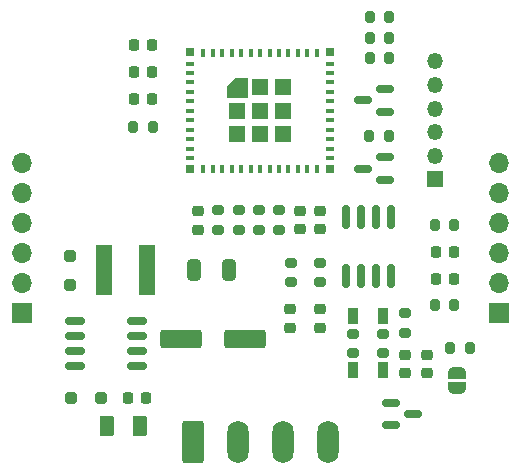
<source format=gbr>
%TF.GenerationSoftware,KiCad,Pcbnew,(7.0.0)*%
%TF.CreationDate,2023-03-19T21:05:42+01:00*%
%TF.ProjectId,ESP32-Touch_board,45535033-322d-4546-9f75-63685f626f61,rev?*%
%TF.SameCoordinates,Original*%
%TF.FileFunction,Soldermask,Top*%
%TF.FilePolarity,Negative*%
%FSLAX46Y46*%
G04 Gerber Fmt 4.6, Leading zero omitted, Abs format (unit mm)*
G04 Created by KiCad (PCBNEW (7.0.0)) date 2023-03-19 21:05:42*
%MOMM*%
%LPD*%
G01*
G04 APERTURE LIST*
G04 Aperture macros list*
%AMRoundRect*
0 Rectangle with rounded corners*
0 $1 Rounding radius*
0 $2 $3 $4 $5 $6 $7 $8 $9 X,Y pos of 4 corners*
0 Add a 4 corners polygon primitive as box body*
4,1,4,$2,$3,$4,$5,$6,$7,$8,$9,$2,$3,0*
0 Add four circle primitives for the rounded corners*
1,1,$1+$1,$2,$3*
1,1,$1+$1,$4,$5*
1,1,$1+$1,$6,$7*
1,1,$1+$1,$8,$9*
0 Add four rect primitives between the rounded corners*
20,1,$1+$1,$2,$3,$4,$5,0*
20,1,$1+$1,$4,$5,$6,$7,0*
20,1,$1+$1,$6,$7,$8,$9,0*
20,1,$1+$1,$8,$9,$2,$3,0*%
%AMFreePoly0*
4,1,19,0.500000,-0.750000,0.000000,-0.750000,0.000000,-0.744911,-0.071157,-0.744911,-0.207708,-0.704816,-0.327430,-0.627875,-0.420627,-0.520320,-0.479746,-0.390866,-0.500000,-0.250000,-0.500000,0.250000,-0.479746,0.390866,-0.420627,0.520320,-0.327430,0.627875,-0.207708,0.704816,-0.071157,0.744911,0.000000,0.744911,0.000000,0.750000,0.500000,0.750000,0.500000,-0.750000,0.500000,-0.750000,
$1*%
%AMFreePoly1*
4,1,19,0.000000,0.744911,0.071157,0.744911,0.207708,0.704816,0.327430,0.627875,0.420627,0.520320,0.479746,0.390866,0.500000,0.250000,0.500000,-0.250000,0.479746,-0.390866,0.420627,-0.520320,0.327430,-0.627875,0.207708,-0.704816,0.071157,-0.744911,0.000000,-0.744911,0.000000,-0.750000,-0.500000,-0.750000,-0.500000,0.750000,0.000000,0.750000,0.000000,0.744911,0.000000,0.744911,
$1*%
G04 Aperture macros list end*
%ADD10C,0.010000*%
%ADD11RoundRect,0.150000X0.587500X0.150000X-0.587500X0.150000X-0.587500X-0.150000X0.587500X-0.150000X0*%
%ADD12FreePoly0,90.000000*%
%ADD13FreePoly1,90.000000*%
%ADD14RoundRect,0.200000X-0.200000X-0.275000X0.200000X-0.275000X0.200000X0.275000X-0.200000X0.275000X0*%
%ADD15R,0.800000X0.400000*%
%ADD16R,0.400000X0.800000*%
%ADD17R,1.450000X1.450000*%
%ADD18R,0.700000X0.700000*%
%ADD19RoundRect,0.150000X-0.587500X-0.150000X0.587500X-0.150000X0.587500X0.150000X-0.587500X0.150000X0*%
%ADD20RoundRect,0.250000X0.250000X0.250000X-0.250000X0.250000X-0.250000X-0.250000X0.250000X-0.250000X0*%
%ADD21RoundRect,0.200000X-0.275000X0.200000X-0.275000X-0.200000X0.275000X-0.200000X0.275000X0.200000X0*%
%ADD22RoundRect,0.200000X0.200000X0.275000X-0.200000X0.275000X-0.200000X-0.275000X0.200000X-0.275000X0*%
%ADD23RoundRect,0.225000X0.225000X0.250000X-0.225000X0.250000X-0.225000X-0.250000X0.225000X-0.250000X0*%
%ADD24RoundRect,0.225000X-0.250000X0.225000X-0.250000X-0.225000X0.250000X-0.225000X0.250000X0.225000X0*%
%ADD25RoundRect,0.150000X-0.150000X0.825000X-0.150000X-0.825000X0.150000X-0.825000X0.150000X0.825000X0*%
%ADD26RoundRect,0.250000X-0.325000X-0.650000X0.325000X-0.650000X0.325000X0.650000X-0.325000X0.650000X0*%
%ADD27RoundRect,0.218750X-0.256250X0.218750X-0.256250X-0.218750X0.256250X-0.218750X0.256250X0.218750X0*%
%ADD28R,1.400000X4.200000*%
%ADD29RoundRect,0.250000X-0.250000X0.250000X-0.250000X-0.250000X0.250000X-0.250000X0.250000X0.250000X0*%
%ADD30RoundRect,0.200000X0.275000X-0.200000X0.275000X0.200000X-0.275000X0.200000X-0.275000X-0.200000X0*%
%ADD31RoundRect,0.218750X-0.218750X-0.256250X0.218750X-0.256250X0.218750X0.256250X-0.218750X0.256250X0*%
%ADD32RoundRect,0.250000X-0.650000X-1.550000X0.650000X-1.550000X0.650000X1.550000X-0.650000X1.550000X0*%
%ADD33O,1.800000X3.600000*%
%ADD34R,0.900000X1.350000*%
%ADD35RoundRect,0.250000X-1.500000X-0.550000X1.500000X-0.550000X1.500000X0.550000X-1.500000X0.550000X0*%
%ADD36RoundRect,0.225000X-0.225000X-0.250000X0.225000X-0.250000X0.225000X0.250000X-0.225000X0.250000X0*%
%ADD37RoundRect,0.250000X-0.375000X-0.625000X0.375000X-0.625000X0.375000X0.625000X-0.375000X0.625000X0*%
%ADD38RoundRect,0.150000X0.675000X0.150000X-0.675000X0.150000X-0.675000X-0.150000X0.675000X-0.150000X0*%
%ADD39R,1.350000X1.350000*%
%ADD40O,1.350000X1.350000*%
%ADD41R,1.700000X1.700000*%
%ADD42O,1.700000X1.700000*%
G04 APERTURE END LIST*
%TO.C,U3*%
G36*
X71700000Y-101575000D02*
G01*
X70050000Y-101575000D01*
X70050000Y-100585000D01*
X70710000Y-99925000D01*
X71700000Y-99925000D01*
X71700000Y-101575000D01*
G37*
D10*
X71700000Y-101575000D02*
X70050000Y-101575000D01*
X70050000Y-100585000D01*
X70710000Y-99925000D01*
X71700000Y-99925000D01*
X71700000Y-101575000D01*
%TD*%
D11*
%TO.C,Q2*%
X83465000Y-108570000D03*
X83465000Y-106670000D03*
X81590000Y-107620000D03*
%TD*%
D12*
%TO.C,J3*%
X89520000Y-126220000D03*
D13*
X89520000Y-124920000D03*
%TD*%
D14*
%TO.C,R10*%
X62090000Y-104070000D03*
X63740000Y-104070000D03*
%TD*%
D15*
%TO.C,U3*%
X66949999Y-98724999D03*
X66949999Y-99524999D03*
X66949999Y-100324999D03*
X66949999Y-101124999D03*
X66949999Y-101924999D03*
X66949999Y-102724999D03*
X66949999Y-103524999D03*
X66949999Y-104324999D03*
X66949999Y-105124999D03*
X66949999Y-105924999D03*
X66949999Y-106724999D03*
D16*
X68049999Y-107624999D03*
X68849999Y-107624999D03*
X69649999Y-107624999D03*
X70449999Y-107624999D03*
X71249999Y-107624999D03*
X72049999Y-107624999D03*
X72849999Y-107624999D03*
X73649999Y-107624999D03*
X74449999Y-107624999D03*
X75249999Y-107624999D03*
X76049999Y-107624999D03*
X76849999Y-107624999D03*
X77649999Y-107624999D03*
D15*
X78749999Y-106724999D03*
X78749999Y-105924999D03*
X78749999Y-105124999D03*
X78749999Y-104324999D03*
X78749999Y-103524999D03*
X78749999Y-102724999D03*
X78749999Y-101924999D03*
X78749999Y-101124999D03*
X78749999Y-100324999D03*
X78749999Y-99524999D03*
X78749999Y-98724999D03*
D16*
X77649999Y-97824999D03*
X76849999Y-97824999D03*
X76049999Y-97824999D03*
X75249999Y-97824999D03*
X74449999Y-97824999D03*
X73649999Y-97824999D03*
X72849999Y-97824999D03*
X72049999Y-97824999D03*
X71249999Y-97824999D03*
X70449999Y-97824999D03*
X69649999Y-97824999D03*
X68849999Y-97824999D03*
X68049999Y-97824999D03*
D17*
X72849999Y-100749999D03*
X74824999Y-100749999D03*
X74824999Y-102724999D03*
X74824999Y-104699999D03*
X72849999Y-104699999D03*
X70874999Y-104699999D03*
X70874999Y-102724999D03*
X72849999Y-102724999D03*
D18*
X78799999Y-97774999D03*
X78799999Y-107674999D03*
X66899999Y-107674999D03*
X66899999Y-97774999D03*
%TD*%
D19*
%TO.C,D5*%
X83947500Y-127427500D03*
X83947500Y-129327500D03*
X85822500Y-128377500D03*
%TD*%
D14*
%TO.C,R6*%
X87640000Y-119190000D03*
X89290000Y-119190000D03*
%TD*%
%TO.C,R14*%
X82125000Y-94740000D03*
X83775000Y-94740000D03*
%TD*%
D20*
%TO.C,D1*%
X59367500Y-127015000D03*
X56867500Y-127015000D03*
%TD*%
D21*
%TO.C,R5*%
X80750000Y-121590000D03*
X80750000Y-123240000D03*
%TD*%
D22*
%TO.C,R13*%
X83785000Y-96530000D03*
X82135000Y-96530000D03*
%TD*%
D23*
%TO.C,C8*%
X63690000Y-101766667D03*
X62140000Y-101766667D03*
%TD*%
D24*
%TO.C,C5*%
X85095000Y-123360000D03*
X85095000Y-124910000D03*
%TD*%
D25*
%TO.C,U1*%
X83900000Y-111725000D03*
X82630000Y-111725000D03*
X81360000Y-111725000D03*
X80090000Y-111725000D03*
X80090000Y-116675000D03*
X81360000Y-116675000D03*
X82630000Y-116675000D03*
X83900000Y-116675000D03*
%TD*%
D26*
%TO.C,C7*%
X67245000Y-116235000D03*
X70195000Y-116235000D03*
%TD*%
D22*
%TO.C,R11*%
X83780000Y-98250000D03*
X82130000Y-98250000D03*
%TD*%
D21*
%TO.C,R3*%
X77915000Y-115590000D03*
X77915000Y-117240000D03*
%TD*%
D24*
%TO.C,C6*%
X86955000Y-123375000D03*
X86955000Y-124925000D03*
%TD*%
D27*
%TO.C,D2*%
X75415000Y-119535000D03*
X75415000Y-121110000D03*
%TD*%
D28*
%TO.C,L2*%
X59609999Y-116177499D03*
X63309999Y-116177499D03*
%TD*%
D21*
%TO.C,R2*%
X75430000Y-115590000D03*
X75430000Y-117240000D03*
%TD*%
D29*
%TO.C,D4*%
X56750000Y-114990000D03*
X56750000Y-117490000D03*
%TD*%
D24*
%TO.C,C1*%
X76200000Y-111175000D03*
X76200000Y-112725000D03*
%TD*%
D30*
%TO.C,R4*%
X83240000Y-123240000D03*
X83240000Y-121590000D03*
%TD*%
D22*
%TO.C,R12*%
X83740000Y-104820000D03*
X82090000Y-104820000D03*
%TD*%
D27*
%TO.C,D3*%
X77910000Y-119517500D03*
X77910000Y-121092500D03*
%TD*%
D24*
%TO.C,C2*%
X77920000Y-111175000D03*
X77920000Y-112725000D03*
%TD*%
D23*
%TO.C,C9*%
X63690000Y-99463334D03*
X62140000Y-99463334D03*
%TD*%
D31*
%TO.C,D6*%
X87717500Y-116945000D03*
X89292500Y-116945000D03*
%TD*%
D27*
%TO.C,D8*%
X67560000Y-111202500D03*
X67560000Y-112777500D03*
%TD*%
D32*
%TO.C,J1*%
X67185000Y-130800000D03*
D33*
X70994999Y-130799999D03*
X74804999Y-130799999D03*
X78614999Y-130799999D03*
%TD*%
D23*
%TO.C,C10*%
X63690000Y-97160000D03*
X62140000Y-97160000D03*
%TD*%
D21*
%TO.C,R1*%
X85145000Y-119850000D03*
X85145000Y-121500000D03*
%TD*%
D14*
%TO.C,R7*%
X87640000Y-112415000D03*
X89290000Y-112415000D03*
%TD*%
D21*
%TO.C,R17*%
X72760000Y-111125000D03*
X72760000Y-112775000D03*
%TD*%
D30*
%TO.C,R15*%
X74480000Y-112775000D03*
X74480000Y-111125000D03*
%TD*%
D34*
%TO.C,L1*%
X83244999Y-120132499D03*
X80744999Y-120132499D03*
X80744999Y-124682499D03*
X83244999Y-124682499D03*
%TD*%
D21*
%TO.C,R16*%
X71040000Y-111125000D03*
X71040000Y-112775000D03*
%TD*%
D35*
%TO.C,C3*%
X66150000Y-122085000D03*
X71550000Y-122085000D03*
%TD*%
D36*
%TO.C,C4*%
X61630000Y-127015000D03*
X63180000Y-127015000D03*
%TD*%
D37*
%TO.C,F1*%
X59890000Y-129405000D03*
X62690000Y-129405000D03*
%TD*%
D30*
%TO.C,R9*%
X69320000Y-112775000D03*
X69320000Y-111125000D03*
%TD*%
D31*
%TO.C,D7*%
X87717500Y-114660000D03*
X89292500Y-114660000D03*
%TD*%
D22*
%TO.C,R8*%
X90605000Y-122770000D03*
X88955000Y-122770000D03*
%TD*%
D11*
%TO.C,Q1*%
X83440000Y-102800000D03*
X83440000Y-100900000D03*
X81565000Y-101850000D03*
%TD*%
D38*
%TO.C,U2*%
X62435000Y-124295000D03*
X62435000Y-123025000D03*
X62435000Y-121755000D03*
X62435000Y-120485000D03*
X57185000Y-120485000D03*
X57185000Y-121755000D03*
X57185000Y-123025000D03*
X57185000Y-124295000D03*
%TD*%
D39*
%TO.C,J5*%
X87664999Y-108534999D03*
D40*
X87664999Y-106534999D03*
X87664999Y-104534999D03*
X87664999Y-102534999D03*
X87664999Y-100534999D03*
X87664999Y-98534999D03*
%TD*%
D41*
%TO.C,J4*%
X52729999Y-119884999D03*
D42*
X52729999Y-117344999D03*
X52729999Y-114804999D03*
X52729999Y-112264999D03*
X52729999Y-109724999D03*
X52729999Y-107184999D03*
%TD*%
D41*
%TO.C,J2*%
X93089999Y-119884999D03*
D42*
X93089999Y-117344999D03*
X93089999Y-114804999D03*
X93089999Y-112264999D03*
X93089999Y-109724999D03*
X93089999Y-107184999D03*
%TD*%
M02*

</source>
